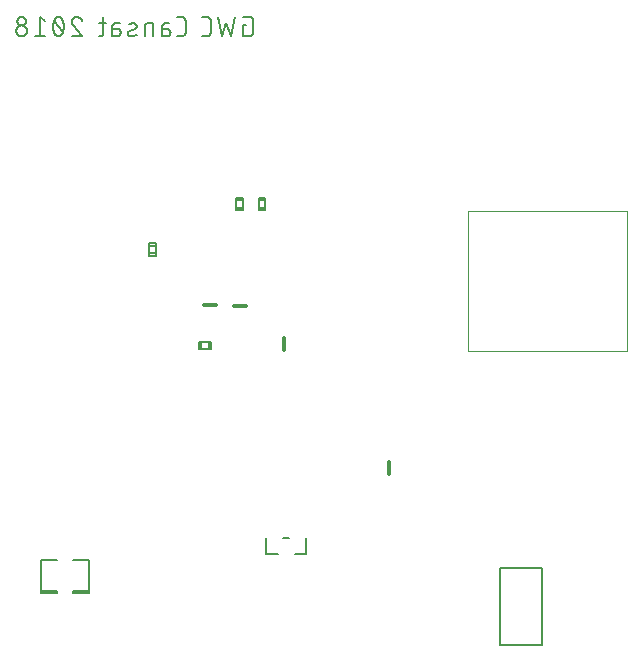
<source format=gbo>
G75*
%MOIN*%
%OFA0B0*%
%FSLAX25Y25*%
%IPPOS*%
%LPD*%
%AMOC8*
5,1,8,0,0,1.08239X$1,22.5*
%
%ADD10C,0.00600*%
%ADD11C,0.01200*%
%ADD12C,0.00500*%
%ADD13C,0.00800*%
%ADD14C,0.00197*%
D10*
X0047621Y0453309D02*
X0047623Y0453226D01*
X0047629Y0453143D01*
X0047639Y0453060D01*
X0047652Y0452977D01*
X0047670Y0452896D01*
X0047691Y0452815D01*
X0047716Y0452736D01*
X0047745Y0452658D01*
X0047777Y0452581D01*
X0047813Y0452506D01*
X0047852Y0452432D01*
X0047895Y0452361D01*
X0047941Y0452291D01*
X0047991Y0452224D01*
X0048043Y0452159D01*
X0048098Y0452097D01*
X0048157Y0452037D01*
X0048218Y0451980D01*
X0048281Y0451926D01*
X0048347Y0451875D01*
X0048416Y0451828D01*
X0048486Y0451783D01*
X0048559Y0451742D01*
X0048633Y0451705D01*
X0048709Y0451670D01*
X0048787Y0451640D01*
X0048865Y0451613D01*
X0048946Y0451590D01*
X0049027Y0451570D01*
X0049109Y0451555D01*
X0049191Y0451543D01*
X0049274Y0451535D01*
X0049357Y0451531D01*
X0049441Y0451531D01*
X0049524Y0451535D01*
X0049607Y0451543D01*
X0049689Y0451555D01*
X0049771Y0451570D01*
X0049852Y0451590D01*
X0049933Y0451613D01*
X0050011Y0451640D01*
X0050089Y0451670D01*
X0050165Y0451705D01*
X0050239Y0451742D01*
X0050312Y0451783D01*
X0050382Y0451828D01*
X0050451Y0451875D01*
X0050517Y0451926D01*
X0050580Y0451980D01*
X0050641Y0452037D01*
X0050700Y0452097D01*
X0050755Y0452159D01*
X0050807Y0452224D01*
X0050857Y0452291D01*
X0050903Y0452361D01*
X0050946Y0452432D01*
X0050985Y0452506D01*
X0051021Y0452581D01*
X0051053Y0452658D01*
X0051082Y0452736D01*
X0051107Y0452815D01*
X0051128Y0452896D01*
X0051146Y0452977D01*
X0051159Y0453060D01*
X0051169Y0453143D01*
X0051175Y0453226D01*
X0051177Y0453309D01*
X0051175Y0453392D01*
X0051169Y0453475D01*
X0051159Y0453558D01*
X0051146Y0453641D01*
X0051128Y0453722D01*
X0051107Y0453803D01*
X0051082Y0453882D01*
X0051053Y0453960D01*
X0051021Y0454037D01*
X0050985Y0454112D01*
X0050946Y0454186D01*
X0050903Y0454257D01*
X0050857Y0454327D01*
X0050807Y0454394D01*
X0050755Y0454459D01*
X0050700Y0454521D01*
X0050641Y0454581D01*
X0050580Y0454638D01*
X0050517Y0454692D01*
X0050451Y0454743D01*
X0050382Y0454790D01*
X0050312Y0454835D01*
X0050239Y0454876D01*
X0050165Y0454913D01*
X0050089Y0454948D01*
X0050011Y0454978D01*
X0049933Y0455005D01*
X0049852Y0455028D01*
X0049771Y0455048D01*
X0049689Y0455063D01*
X0049607Y0455075D01*
X0049524Y0455083D01*
X0049441Y0455087D01*
X0049357Y0455087D01*
X0049274Y0455083D01*
X0049191Y0455075D01*
X0049109Y0455063D01*
X0049027Y0455048D01*
X0048946Y0455028D01*
X0048865Y0455005D01*
X0048787Y0454978D01*
X0048709Y0454948D01*
X0048633Y0454913D01*
X0048559Y0454876D01*
X0048486Y0454835D01*
X0048416Y0454790D01*
X0048347Y0454743D01*
X0048281Y0454692D01*
X0048218Y0454638D01*
X0048157Y0454581D01*
X0048098Y0454521D01*
X0048043Y0454459D01*
X0047991Y0454394D01*
X0047941Y0454327D01*
X0047895Y0454257D01*
X0047852Y0454186D01*
X0047813Y0454112D01*
X0047777Y0454037D01*
X0047745Y0453960D01*
X0047716Y0453882D01*
X0047691Y0453803D01*
X0047670Y0453722D01*
X0047652Y0453641D01*
X0047639Y0453558D01*
X0047629Y0453475D01*
X0047623Y0453392D01*
X0047621Y0453309D01*
X0047977Y0456509D02*
X0047979Y0456435D01*
X0047985Y0456360D01*
X0047995Y0456287D01*
X0048008Y0456213D01*
X0048025Y0456141D01*
X0048047Y0456070D01*
X0048071Y0455999D01*
X0048100Y0455931D01*
X0048132Y0455863D01*
X0048168Y0455798D01*
X0048206Y0455735D01*
X0048249Y0455673D01*
X0048294Y0455614D01*
X0048342Y0455557D01*
X0048393Y0455503D01*
X0048447Y0455452D01*
X0048504Y0455404D01*
X0048563Y0455359D01*
X0048625Y0455316D01*
X0048688Y0455278D01*
X0048753Y0455242D01*
X0048821Y0455210D01*
X0048889Y0455181D01*
X0048960Y0455157D01*
X0049031Y0455135D01*
X0049103Y0455118D01*
X0049177Y0455105D01*
X0049250Y0455095D01*
X0049325Y0455089D01*
X0049399Y0455087D01*
X0049473Y0455089D01*
X0049548Y0455095D01*
X0049621Y0455105D01*
X0049695Y0455118D01*
X0049767Y0455135D01*
X0049838Y0455157D01*
X0049909Y0455181D01*
X0049977Y0455210D01*
X0050045Y0455242D01*
X0050110Y0455278D01*
X0050173Y0455316D01*
X0050235Y0455359D01*
X0050294Y0455404D01*
X0050351Y0455452D01*
X0050405Y0455503D01*
X0050456Y0455557D01*
X0050504Y0455614D01*
X0050549Y0455673D01*
X0050592Y0455735D01*
X0050630Y0455798D01*
X0050666Y0455863D01*
X0050698Y0455931D01*
X0050727Y0455999D01*
X0050751Y0456070D01*
X0050773Y0456141D01*
X0050790Y0456213D01*
X0050803Y0456287D01*
X0050813Y0456360D01*
X0050819Y0456435D01*
X0050821Y0456509D01*
X0050819Y0456583D01*
X0050813Y0456658D01*
X0050803Y0456731D01*
X0050790Y0456805D01*
X0050773Y0456877D01*
X0050751Y0456948D01*
X0050727Y0457019D01*
X0050698Y0457087D01*
X0050666Y0457155D01*
X0050630Y0457220D01*
X0050592Y0457283D01*
X0050549Y0457345D01*
X0050504Y0457404D01*
X0050456Y0457461D01*
X0050405Y0457515D01*
X0050351Y0457566D01*
X0050294Y0457614D01*
X0050235Y0457659D01*
X0050173Y0457702D01*
X0050110Y0457740D01*
X0050045Y0457776D01*
X0049977Y0457808D01*
X0049909Y0457837D01*
X0049838Y0457861D01*
X0049767Y0457883D01*
X0049695Y0457900D01*
X0049621Y0457913D01*
X0049548Y0457923D01*
X0049473Y0457929D01*
X0049399Y0457931D01*
X0049325Y0457929D01*
X0049250Y0457923D01*
X0049177Y0457913D01*
X0049103Y0457900D01*
X0049031Y0457883D01*
X0048960Y0457861D01*
X0048889Y0457837D01*
X0048821Y0457808D01*
X0048753Y0457776D01*
X0048688Y0457740D01*
X0048625Y0457702D01*
X0048563Y0457659D01*
X0048504Y0457614D01*
X0048447Y0457566D01*
X0048393Y0457515D01*
X0048342Y0457461D01*
X0048294Y0457404D01*
X0048249Y0457345D01*
X0048206Y0457283D01*
X0048168Y0457220D01*
X0048132Y0457155D01*
X0048100Y0457087D01*
X0048071Y0457019D01*
X0048047Y0456948D01*
X0048025Y0456877D01*
X0048008Y0456805D01*
X0047995Y0456731D01*
X0047985Y0456658D01*
X0047979Y0456583D01*
X0047977Y0456509D01*
X0053775Y0451531D02*
X0057331Y0451531D01*
X0055553Y0451531D02*
X0055553Y0457931D01*
X0057331Y0456509D01*
X0063485Y0454731D02*
X0063483Y0454590D01*
X0063477Y0454450D01*
X0063468Y0454309D01*
X0063455Y0454169D01*
X0063438Y0454029D01*
X0063418Y0453890D01*
X0063393Y0453752D01*
X0063365Y0453614D01*
X0063334Y0453477D01*
X0063298Y0453340D01*
X0063259Y0453205D01*
X0063217Y0453071D01*
X0063171Y0452938D01*
X0063121Y0452806D01*
X0063068Y0452676D01*
X0063012Y0452547D01*
X0062952Y0452420D01*
X0063129Y0452953D02*
X0060285Y0456509D01*
X0060462Y0457042D02*
X0060487Y0457108D01*
X0060515Y0457173D01*
X0060547Y0457237D01*
X0060582Y0457298D01*
X0060621Y0457358D01*
X0060662Y0457416D01*
X0060707Y0457471D01*
X0060755Y0457523D01*
X0060805Y0457573D01*
X0060858Y0457621D01*
X0060914Y0457665D01*
X0060971Y0457706D01*
X0061031Y0457744D01*
X0061093Y0457779D01*
X0061157Y0457810D01*
X0061222Y0457838D01*
X0061289Y0457863D01*
X0061356Y0457883D01*
X0061425Y0457900D01*
X0061495Y0457914D01*
X0061565Y0457923D01*
X0061636Y0457929D01*
X0061707Y0457931D01*
X0061778Y0457929D01*
X0061849Y0457923D01*
X0061919Y0457914D01*
X0061989Y0457900D01*
X0062058Y0457883D01*
X0062125Y0457863D01*
X0062192Y0457838D01*
X0062257Y0457810D01*
X0062321Y0457779D01*
X0062383Y0457744D01*
X0062443Y0457706D01*
X0062501Y0457665D01*
X0062556Y0457621D01*
X0062609Y0457573D01*
X0062659Y0457523D01*
X0062707Y0457471D01*
X0062752Y0457416D01*
X0062793Y0457358D01*
X0062832Y0457298D01*
X0062867Y0457237D01*
X0062899Y0457173D01*
X0062927Y0457108D01*
X0062952Y0457042D01*
X0060462Y0457042D02*
X0060402Y0456915D01*
X0060346Y0456786D01*
X0060293Y0456656D01*
X0060243Y0456524D01*
X0060197Y0456391D01*
X0060155Y0456257D01*
X0060116Y0456122D01*
X0060080Y0455985D01*
X0060049Y0455848D01*
X0060021Y0455710D01*
X0059996Y0455572D01*
X0059976Y0455433D01*
X0059959Y0455293D01*
X0059946Y0455153D01*
X0059937Y0455012D01*
X0059931Y0454872D01*
X0059929Y0454731D01*
X0063485Y0454731D02*
X0063483Y0454872D01*
X0063477Y0455012D01*
X0063468Y0455153D01*
X0063455Y0455293D01*
X0063438Y0455433D01*
X0063418Y0455572D01*
X0063393Y0455710D01*
X0063365Y0455848D01*
X0063334Y0455985D01*
X0063298Y0456122D01*
X0063259Y0456257D01*
X0063217Y0456391D01*
X0063171Y0456524D01*
X0063121Y0456656D01*
X0063068Y0456786D01*
X0063012Y0456915D01*
X0062952Y0457042D01*
X0059929Y0454731D02*
X0059931Y0454590D01*
X0059937Y0454450D01*
X0059946Y0454309D01*
X0059959Y0454169D01*
X0059976Y0454029D01*
X0059996Y0453890D01*
X0060021Y0453752D01*
X0060049Y0453614D01*
X0060080Y0453477D01*
X0060116Y0453340D01*
X0060155Y0453205D01*
X0060197Y0453071D01*
X0060243Y0452938D01*
X0060293Y0452806D01*
X0060346Y0452676D01*
X0060402Y0452547D01*
X0060462Y0452420D01*
X0060462Y0452419D02*
X0060487Y0452353D01*
X0060515Y0452288D01*
X0060547Y0452224D01*
X0060582Y0452163D01*
X0060621Y0452103D01*
X0060662Y0452045D01*
X0060707Y0451990D01*
X0060755Y0451938D01*
X0060805Y0451888D01*
X0060858Y0451840D01*
X0060914Y0451796D01*
X0060971Y0451755D01*
X0061031Y0451717D01*
X0061093Y0451682D01*
X0061157Y0451651D01*
X0061222Y0451623D01*
X0061289Y0451598D01*
X0061356Y0451578D01*
X0061425Y0451561D01*
X0061495Y0451547D01*
X0061565Y0451538D01*
X0061636Y0451532D01*
X0061707Y0451530D01*
X0061778Y0451532D01*
X0061849Y0451538D01*
X0061919Y0451547D01*
X0061989Y0451561D01*
X0062058Y0451578D01*
X0062125Y0451598D01*
X0062192Y0451623D01*
X0062257Y0451651D01*
X0062321Y0451682D01*
X0062383Y0451717D01*
X0062443Y0451755D01*
X0062501Y0451796D01*
X0062556Y0451840D01*
X0062609Y0451888D01*
X0062659Y0451938D01*
X0062707Y0451990D01*
X0062752Y0452045D01*
X0062793Y0452103D01*
X0062832Y0452163D01*
X0062867Y0452224D01*
X0062899Y0452288D01*
X0062927Y0452353D01*
X0062952Y0452419D01*
X0066083Y0451531D02*
X0069639Y0451531D01*
X0066617Y0455086D01*
X0067683Y0457931D02*
X0067772Y0457929D01*
X0067861Y0457923D01*
X0067950Y0457914D01*
X0068038Y0457900D01*
X0068125Y0457883D01*
X0068212Y0457862D01*
X0068298Y0457837D01*
X0068382Y0457809D01*
X0068465Y0457776D01*
X0068547Y0457741D01*
X0068627Y0457701D01*
X0068705Y0457659D01*
X0068782Y0457613D01*
X0068856Y0457564D01*
X0068928Y0457511D01*
X0068998Y0457456D01*
X0069065Y0457397D01*
X0069130Y0457336D01*
X0069192Y0457272D01*
X0069251Y0457205D01*
X0069307Y0457136D01*
X0069360Y0457064D01*
X0069410Y0456990D01*
X0069457Y0456914D01*
X0069500Y0456837D01*
X0069540Y0456757D01*
X0069577Y0456675D01*
X0069610Y0456593D01*
X0069639Y0456508D01*
X0066616Y0455086D02*
X0066559Y0455144D01*
X0066503Y0455205D01*
X0066451Y0455268D01*
X0066402Y0455333D01*
X0066356Y0455401D01*
X0066314Y0455471D01*
X0066274Y0455543D01*
X0066239Y0455616D01*
X0066206Y0455692D01*
X0066178Y0455768D01*
X0066153Y0455846D01*
X0066132Y0455925D01*
X0066114Y0456005D01*
X0066101Y0456086D01*
X0066091Y0456167D01*
X0066085Y0456249D01*
X0066083Y0456331D01*
X0066085Y0456410D01*
X0066091Y0456488D01*
X0066100Y0456566D01*
X0066114Y0456643D01*
X0066131Y0456720D01*
X0066152Y0456795D01*
X0066177Y0456870D01*
X0066205Y0456943D01*
X0066237Y0457015D01*
X0066272Y0457085D01*
X0066311Y0457154D01*
X0066353Y0457220D01*
X0066398Y0457284D01*
X0066446Y0457346D01*
X0066497Y0457405D01*
X0066552Y0457462D01*
X0066609Y0457517D01*
X0066668Y0457568D01*
X0066730Y0457616D01*
X0066794Y0457661D01*
X0066860Y0457703D01*
X0066929Y0457742D01*
X0066999Y0457777D01*
X0067071Y0457809D01*
X0067144Y0457837D01*
X0067219Y0457862D01*
X0067294Y0457883D01*
X0067371Y0457900D01*
X0067448Y0457914D01*
X0067526Y0457923D01*
X0067604Y0457929D01*
X0067683Y0457931D01*
X0075251Y0455798D02*
X0077384Y0455798D01*
X0076673Y0457931D02*
X0076673Y0452598D01*
X0076671Y0452534D01*
X0076665Y0452469D01*
X0076656Y0452406D01*
X0076642Y0452343D01*
X0076625Y0452281D01*
X0076604Y0452220D01*
X0076579Y0452160D01*
X0076551Y0452102D01*
X0076519Y0452046D01*
X0076484Y0451992D01*
X0076446Y0451940D01*
X0076405Y0451890D01*
X0076360Y0451844D01*
X0076314Y0451799D01*
X0076264Y0451758D01*
X0076212Y0451720D01*
X0076158Y0451685D01*
X0076102Y0451653D01*
X0076044Y0451625D01*
X0075984Y0451600D01*
X0075923Y0451579D01*
X0075861Y0451562D01*
X0075798Y0451548D01*
X0075735Y0451539D01*
X0075670Y0451533D01*
X0075606Y0451531D01*
X0075251Y0451531D01*
X0079596Y0451531D02*
X0079596Y0454731D01*
X0079596Y0454020D02*
X0081196Y0454020D01*
X0079596Y0454731D02*
X0079598Y0454795D01*
X0079604Y0454860D01*
X0079613Y0454923D01*
X0079627Y0454986D01*
X0079644Y0455048D01*
X0079665Y0455109D01*
X0079690Y0455169D01*
X0079718Y0455227D01*
X0079750Y0455283D01*
X0079785Y0455337D01*
X0079823Y0455389D01*
X0079864Y0455439D01*
X0079909Y0455485D01*
X0079955Y0455530D01*
X0080005Y0455571D01*
X0080057Y0455609D01*
X0080111Y0455644D01*
X0080167Y0455676D01*
X0080225Y0455704D01*
X0080285Y0455729D01*
X0080346Y0455750D01*
X0080408Y0455767D01*
X0080471Y0455781D01*
X0080534Y0455790D01*
X0080599Y0455796D01*
X0080663Y0455798D01*
X0082085Y0455798D01*
X0081196Y0454019D02*
X0081266Y0454017D01*
X0081335Y0454011D01*
X0081404Y0454001D01*
X0081473Y0453988D01*
X0081540Y0453970D01*
X0081607Y0453949D01*
X0081672Y0453924D01*
X0081736Y0453896D01*
X0081798Y0453864D01*
X0081858Y0453828D01*
X0081916Y0453790D01*
X0081972Y0453748D01*
X0082025Y0453703D01*
X0082076Y0453655D01*
X0082124Y0453604D01*
X0082169Y0453551D01*
X0082211Y0453495D01*
X0082249Y0453437D01*
X0082285Y0453377D01*
X0082317Y0453315D01*
X0082345Y0453251D01*
X0082370Y0453186D01*
X0082391Y0453119D01*
X0082409Y0453052D01*
X0082422Y0452983D01*
X0082432Y0452914D01*
X0082438Y0452845D01*
X0082440Y0452775D01*
X0082438Y0452705D01*
X0082432Y0452636D01*
X0082422Y0452567D01*
X0082409Y0452498D01*
X0082391Y0452431D01*
X0082370Y0452364D01*
X0082345Y0452299D01*
X0082317Y0452235D01*
X0082285Y0452173D01*
X0082249Y0452113D01*
X0082211Y0452055D01*
X0082169Y0451999D01*
X0082124Y0451946D01*
X0082076Y0451895D01*
X0082025Y0451847D01*
X0081972Y0451802D01*
X0081916Y0451760D01*
X0081858Y0451722D01*
X0081798Y0451686D01*
X0081736Y0451654D01*
X0081672Y0451626D01*
X0081607Y0451601D01*
X0081540Y0451580D01*
X0081473Y0451562D01*
X0081404Y0451549D01*
X0081335Y0451539D01*
X0081266Y0451533D01*
X0081196Y0451531D01*
X0079596Y0451531D01*
X0085434Y0453309D02*
X0087212Y0454020D01*
X0087267Y0454044D01*
X0087320Y0454071D01*
X0087371Y0454102D01*
X0087420Y0454136D01*
X0087466Y0454173D01*
X0087510Y0454213D01*
X0087552Y0454255D01*
X0087590Y0454301D01*
X0087626Y0454348D01*
X0087658Y0454398D01*
X0087688Y0454450D01*
X0087713Y0454504D01*
X0087736Y0454559D01*
X0087754Y0454615D01*
X0087769Y0454673D01*
X0087781Y0454731D01*
X0087788Y0454790D01*
X0087792Y0454850D01*
X0087791Y0454909D01*
X0087787Y0454969D01*
X0087779Y0455028D01*
X0087768Y0455086D01*
X0087752Y0455143D01*
X0087733Y0455200D01*
X0087711Y0455255D01*
X0087684Y0455308D01*
X0087655Y0455360D01*
X0087622Y0455409D01*
X0087586Y0455457D01*
X0087547Y0455502D01*
X0087505Y0455544D01*
X0087461Y0455584D01*
X0087414Y0455620D01*
X0087365Y0455654D01*
X0087314Y0455684D01*
X0087261Y0455711D01*
X0087206Y0455735D01*
X0087150Y0455754D01*
X0087093Y0455771D01*
X0087034Y0455783D01*
X0086976Y0455792D01*
X0086916Y0455797D01*
X0086857Y0455798D01*
X0087746Y0451886D02*
X0087601Y0451836D01*
X0087454Y0451790D01*
X0087307Y0451747D01*
X0087158Y0451708D01*
X0087008Y0451673D01*
X0086858Y0451641D01*
X0086707Y0451614D01*
X0086555Y0451590D01*
X0086403Y0451571D01*
X0086250Y0451555D01*
X0086097Y0451543D01*
X0085944Y0451535D01*
X0085790Y0451531D01*
X0085731Y0451532D01*
X0085671Y0451537D01*
X0085613Y0451546D01*
X0085554Y0451558D01*
X0085497Y0451575D01*
X0085441Y0451594D01*
X0085386Y0451618D01*
X0085333Y0451645D01*
X0085282Y0451675D01*
X0085233Y0451709D01*
X0085186Y0451745D01*
X0085142Y0451785D01*
X0085100Y0451827D01*
X0085061Y0451872D01*
X0085025Y0451920D01*
X0084992Y0451969D01*
X0084963Y0452021D01*
X0084936Y0452074D01*
X0084914Y0452129D01*
X0084895Y0452186D01*
X0084879Y0452243D01*
X0084868Y0452301D01*
X0084860Y0452360D01*
X0084856Y0452420D01*
X0084855Y0452479D01*
X0084859Y0452539D01*
X0084866Y0452598D01*
X0084878Y0452656D01*
X0084893Y0452714D01*
X0084911Y0452770D01*
X0084934Y0452825D01*
X0084959Y0452879D01*
X0084989Y0452931D01*
X0085021Y0452981D01*
X0085057Y0453028D01*
X0085095Y0453074D01*
X0085137Y0453116D01*
X0085181Y0453156D01*
X0085227Y0453193D01*
X0085276Y0453227D01*
X0085327Y0453258D01*
X0085380Y0453285D01*
X0085435Y0453309D01*
X0085256Y0455442D02*
X0085364Y0455489D01*
X0085474Y0455532D01*
X0085585Y0455573D01*
X0085697Y0455610D01*
X0085809Y0455644D01*
X0085923Y0455675D01*
X0086038Y0455702D01*
X0086154Y0455726D01*
X0086270Y0455746D01*
X0086386Y0455763D01*
X0086503Y0455777D01*
X0086621Y0455787D01*
X0086738Y0455794D01*
X0086856Y0455798D01*
X0090440Y0454731D02*
X0090440Y0451531D01*
X0093284Y0451531D02*
X0093284Y0455798D01*
X0091506Y0455798D01*
X0091442Y0455796D01*
X0091377Y0455790D01*
X0091314Y0455781D01*
X0091251Y0455767D01*
X0091189Y0455750D01*
X0091128Y0455729D01*
X0091068Y0455704D01*
X0091010Y0455676D01*
X0090954Y0455644D01*
X0090900Y0455609D01*
X0090848Y0455571D01*
X0090798Y0455530D01*
X0090752Y0455485D01*
X0090707Y0455439D01*
X0090666Y0455389D01*
X0090628Y0455337D01*
X0090593Y0455283D01*
X0090561Y0455227D01*
X0090533Y0455169D01*
X0090508Y0455109D01*
X0090487Y0455048D01*
X0090470Y0454986D01*
X0090456Y0454923D01*
X0090447Y0454860D01*
X0090441Y0454795D01*
X0090439Y0454731D01*
X0096212Y0454731D02*
X0096212Y0451531D01*
X0097812Y0451531D01*
X0097882Y0451533D01*
X0097951Y0451539D01*
X0098020Y0451549D01*
X0098089Y0451562D01*
X0098156Y0451580D01*
X0098223Y0451601D01*
X0098288Y0451626D01*
X0098352Y0451654D01*
X0098414Y0451686D01*
X0098474Y0451722D01*
X0098532Y0451760D01*
X0098588Y0451802D01*
X0098641Y0451847D01*
X0098692Y0451895D01*
X0098740Y0451946D01*
X0098785Y0451999D01*
X0098827Y0452055D01*
X0098865Y0452113D01*
X0098901Y0452173D01*
X0098933Y0452235D01*
X0098961Y0452299D01*
X0098986Y0452364D01*
X0099007Y0452431D01*
X0099025Y0452498D01*
X0099038Y0452567D01*
X0099048Y0452636D01*
X0099054Y0452705D01*
X0099056Y0452775D01*
X0099054Y0452845D01*
X0099048Y0452914D01*
X0099038Y0452983D01*
X0099025Y0453052D01*
X0099007Y0453119D01*
X0098986Y0453186D01*
X0098961Y0453251D01*
X0098933Y0453315D01*
X0098901Y0453377D01*
X0098865Y0453437D01*
X0098827Y0453495D01*
X0098785Y0453551D01*
X0098740Y0453604D01*
X0098692Y0453655D01*
X0098641Y0453703D01*
X0098588Y0453748D01*
X0098532Y0453790D01*
X0098474Y0453828D01*
X0098414Y0453864D01*
X0098352Y0453896D01*
X0098288Y0453924D01*
X0098223Y0453949D01*
X0098156Y0453970D01*
X0098089Y0453988D01*
X0098020Y0454001D01*
X0097951Y0454011D01*
X0097882Y0454017D01*
X0097812Y0454019D01*
X0097812Y0454020D02*
X0096212Y0454020D01*
X0096212Y0454731D02*
X0096214Y0454795D01*
X0096220Y0454860D01*
X0096229Y0454923D01*
X0096243Y0454986D01*
X0096260Y0455048D01*
X0096281Y0455109D01*
X0096306Y0455169D01*
X0096334Y0455227D01*
X0096366Y0455283D01*
X0096401Y0455337D01*
X0096439Y0455389D01*
X0096480Y0455439D01*
X0096525Y0455485D01*
X0096571Y0455530D01*
X0096621Y0455571D01*
X0096673Y0455609D01*
X0096727Y0455644D01*
X0096783Y0455676D01*
X0096841Y0455704D01*
X0096901Y0455729D01*
X0096962Y0455750D01*
X0097024Y0455767D01*
X0097087Y0455781D01*
X0097150Y0455790D01*
X0097215Y0455796D01*
X0097279Y0455798D01*
X0098701Y0455798D01*
X0101272Y0457931D02*
X0102695Y0457931D01*
X0102769Y0457929D01*
X0102844Y0457923D01*
X0102917Y0457913D01*
X0102991Y0457900D01*
X0103063Y0457883D01*
X0103134Y0457861D01*
X0103205Y0457837D01*
X0103273Y0457808D01*
X0103341Y0457776D01*
X0103406Y0457740D01*
X0103469Y0457702D01*
X0103531Y0457659D01*
X0103590Y0457614D01*
X0103647Y0457566D01*
X0103701Y0457515D01*
X0103752Y0457461D01*
X0103800Y0457404D01*
X0103845Y0457345D01*
X0103888Y0457283D01*
X0103926Y0457220D01*
X0103962Y0457155D01*
X0103994Y0457087D01*
X0104023Y0457019D01*
X0104047Y0456948D01*
X0104069Y0456877D01*
X0104086Y0456805D01*
X0104099Y0456731D01*
X0104109Y0456658D01*
X0104115Y0456583D01*
X0104117Y0456509D01*
X0104117Y0452953D01*
X0104115Y0452879D01*
X0104109Y0452804D01*
X0104099Y0452731D01*
X0104086Y0452657D01*
X0104069Y0452585D01*
X0104047Y0452514D01*
X0104023Y0452443D01*
X0103994Y0452375D01*
X0103962Y0452307D01*
X0103926Y0452242D01*
X0103888Y0452179D01*
X0103845Y0452117D01*
X0103800Y0452058D01*
X0103752Y0452001D01*
X0103701Y0451947D01*
X0103647Y0451896D01*
X0103590Y0451848D01*
X0103531Y0451803D01*
X0103469Y0451760D01*
X0103406Y0451722D01*
X0103341Y0451686D01*
X0103273Y0451654D01*
X0103205Y0451625D01*
X0103134Y0451601D01*
X0103063Y0451579D01*
X0102991Y0451562D01*
X0102917Y0451549D01*
X0102844Y0451539D01*
X0102769Y0451533D01*
X0102695Y0451531D01*
X0101272Y0451531D01*
X0109683Y0451531D02*
X0111105Y0451531D01*
X0111179Y0451533D01*
X0111254Y0451539D01*
X0111327Y0451549D01*
X0111401Y0451562D01*
X0111473Y0451579D01*
X0111544Y0451601D01*
X0111615Y0451625D01*
X0111683Y0451654D01*
X0111751Y0451686D01*
X0111816Y0451722D01*
X0111879Y0451760D01*
X0111941Y0451803D01*
X0112000Y0451848D01*
X0112057Y0451896D01*
X0112111Y0451947D01*
X0112162Y0452001D01*
X0112210Y0452058D01*
X0112255Y0452117D01*
X0112298Y0452179D01*
X0112336Y0452242D01*
X0112372Y0452307D01*
X0112404Y0452375D01*
X0112433Y0452443D01*
X0112457Y0452514D01*
X0112479Y0452585D01*
X0112496Y0452657D01*
X0112509Y0452731D01*
X0112519Y0452804D01*
X0112525Y0452879D01*
X0112527Y0452953D01*
X0112527Y0456509D01*
X0112525Y0456583D01*
X0112519Y0456658D01*
X0112509Y0456731D01*
X0112496Y0456805D01*
X0112479Y0456877D01*
X0112457Y0456948D01*
X0112433Y0457019D01*
X0112404Y0457087D01*
X0112372Y0457155D01*
X0112336Y0457220D01*
X0112298Y0457283D01*
X0112255Y0457345D01*
X0112210Y0457404D01*
X0112162Y0457461D01*
X0112111Y0457515D01*
X0112057Y0457566D01*
X0112000Y0457614D01*
X0111941Y0457659D01*
X0111879Y0457702D01*
X0111816Y0457740D01*
X0111751Y0457776D01*
X0111683Y0457808D01*
X0111615Y0457837D01*
X0111544Y0457861D01*
X0111473Y0457883D01*
X0111401Y0457900D01*
X0111327Y0457913D01*
X0111254Y0457923D01*
X0111179Y0457929D01*
X0111105Y0457931D01*
X0109683Y0457931D01*
X0114864Y0457931D02*
X0116286Y0451531D01*
X0117709Y0455798D01*
X0119131Y0451531D01*
X0120553Y0457931D01*
X0123111Y0457931D02*
X0125244Y0457931D01*
X0125318Y0457929D01*
X0125393Y0457923D01*
X0125466Y0457913D01*
X0125540Y0457900D01*
X0125612Y0457883D01*
X0125683Y0457861D01*
X0125754Y0457837D01*
X0125822Y0457808D01*
X0125890Y0457776D01*
X0125955Y0457740D01*
X0126018Y0457702D01*
X0126080Y0457659D01*
X0126139Y0457614D01*
X0126196Y0457566D01*
X0126250Y0457515D01*
X0126301Y0457461D01*
X0126349Y0457404D01*
X0126394Y0457345D01*
X0126437Y0457283D01*
X0126475Y0457220D01*
X0126511Y0457155D01*
X0126543Y0457087D01*
X0126572Y0457019D01*
X0126596Y0456948D01*
X0126618Y0456877D01*
X0126635Y0456805D01*
X0126648Y0456731D01*
X0126658Y0456658D01*
X0126664Y0456583D01*
X0126666Y0456509D01*
X0126666Y0452953D01*
X0126664Y0452879D01*
X0126658Y0452804D01*
X0126648Y0452731D01*
X0126635Y0452657D01*
X0126618Y0452585D01*
X0126596Y0452514D01*
X0126572Y0452443D01*
X0126543Y0452375D01*
X0126511Y0452307D01*
X0126475Y0452242D01*
X0126437Y0452179D01*
X0126394Y0452117D01*
X0126349Y0452058D01*
X0126301Y0452001D01*
X0126250Y0451947D01*
X0126196Y0451896D01*
X0126139Y0451848D01*
X0126080Y0451803D01*
X0126018Y0451760D01*
X0125955Y0451722D01*
X0125890Y0451686D01*
X0125822Y0451654D01*
X0125754Y0451625D01*
X0125683Y0451601D01*
X0125612Y0451579D01*
X0125540Y0451562D01*
X0125466Y0451549D01*
X0125393Y0451539D01*
X0125318Y0451533D01*
X0125244Y0451531D01*
X0123111Y0451531D01*
X0123111Y0455086D01*
X0124177Y0455086D01*
D11*
X0114318Y0361965D02*
X0110318Y0361965D01*
X0120161Y0361374D02*
X0124161Y0361374D01*
X0137043Y0350933D02*
X0137043Y0346933D01*
X0171767Y0309476D02*
X0171767Y0305476D01*
D12*
X0055980Y0266492D02*
X0055980Y0265705D01*
X0061098Y0265705D01*
X0061098Y0266492D01*
X0055980Y0266492D01*
X0055980Y0276728D01*
X0061098Y0276728D01*
X0066610Y0276728D02*
X0071728Y0276728D01*
X0071728Y0266492D01*
X0071728Y0265705D01*
X0066610Y0265705D01*
X0066610Y0266492D01*
X0071728Y0266492D01*
X0071728Y0266098D02*
X0066610Y0266098D01*
X0061098Y0266098D02*
X0055980Y0266098D01*
X0108401Y0347299D02*
X0109188Y0347299D01*
X0109188Y0349465D01*
X0111747Y0349465D01*
X0111747Y0347299D01*
X0112535Y0347299D01*
X0112535Y0349465D01*
X0111747Y0349465D01*
X0111747Y0347299D02*
X0109188Y0347299D01*
X0108401Y0347299D02*
X0108401Y0349465D01*
X0109188Y0349465D01*
X0094110Y0378244D02*
X0094110Y0379031D01*
X0091944Y0379031D01*
X0091944Y0378244D01*
X0094110Y0378244D01*
X0094110Y0379031D02*
X0094110Y0381591D01*
X0091944Y0381591D01*
X0091944Y0379031D01*
X0091944Y0381591D02*
X0091944Y0382378D01*
X0094110Y0382378D01*
X0094110Y0381591D01*
X0120921Y0393362D02*
X0120921Y0394150D01*
X0123086Y0394150D01*
X0123086Y0396709D01*
X0120921Y0396709D01*
X0120921Y0397496D01*
X0123086Y0397496D01*
X0123086Y0396709D01*
X0120921Y0396709D02*
X0120921Y0394150D01*
X0120921Y0393362D02*
X0123086Y0393362D01*
X0123086Y0394150D01*
X0128480Y0394150D02*
X0130645Y0394150D01*
X0130645Y0396709D01*
X0128480Y0396709D01*
X0128480Y0397496D01*
X0130645Y0397496D01*
X0130645Y0396709D01*
X0128480Y0396709D02*
X0128480Y0394150D01*
X0128480Y0393362D01*
X0130645Y0393362D01*
X0130645Y0394150D01*
D13*
X0131049Y0284139D02*
X0131049Y0278971D01*
X0134824Y0278971D01*
X0136702Y0284171D02*
X0138509Y0284171D01*
X0140443Y0278971D02*
X0144217Y0278971D01*
X0144217Y0284139D01*
X0208901Y0274315D02*
X0208901Y0248512D01*
X0222901Y0248512D01*
X0222901Y0274315D01*
X0208901Y0274315D01*
D14*
X0198145Y0346551D02*
X0251295Y0346551D01*
X0251295Y0393205D01*
X0198145Y0393205D01*
X0198145Y0346551D01*
M02*

</source>
